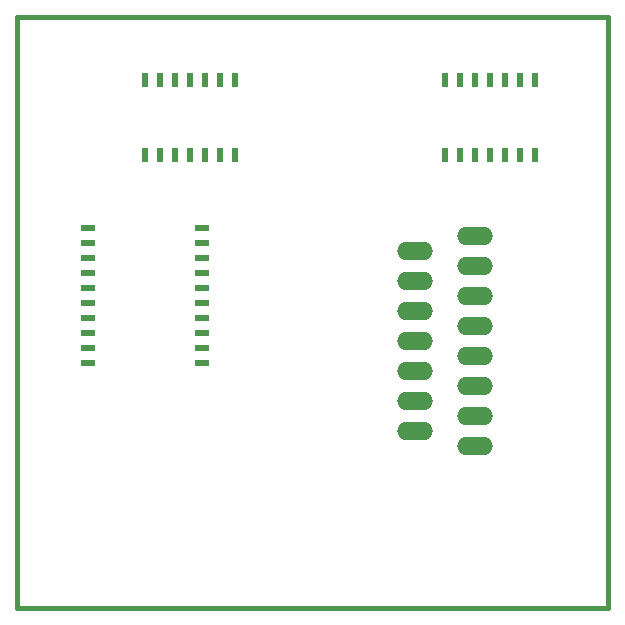
<source format=gtp>
G04 (created by PCBNEW-RS274X (2011-12-28 BZR 3254)-stable) date 2012. 03. 22. 18:32:51*
G01*
G70*
G90*
%MOIN*%
G04 Gerber Fmt 3.4, Leading zero omitted, Abs format*
%FSLAX34Y34*%
G04 APERTURE LIST*
%ADD10C,0.006000*%
%ADD11C,0.015000*%
%ADD12R,0.050000X0.020000*%
%ADD13R,0.020000X0.045000*%
%ADD14O,0.120000X0.060000*%
G04 APERTURE END LIST*
G54D10*
G54D11*
X04724Y-24409D02*
X04724Y-04724D01*
X24409Y-24409D02*
X04724Y-24409D01*
X24409Y-04724D02*
X24409Y-24409D01*
X04724Y-04724D02*
X24409Y-04724D01*
G54D12*
X07100Y-11750D03*
X07100Y-12250D03*
X07100Y-12750D03*
X07100Y-13250D03*
X07100Y-13750D03*
X07100Y-14250D03*
X07100Y-14750D03*
X07100Y-15250D03*
X07100Y-15750D03*
X07100Y-16250D03*
X10900Y-16250D03*
X10900Y-15750D03*
X10900Y-15250D03*
X10900Y-14750D03*
X10900Y-14250D03*
X10900Y-13750D03*
X10900Y-13250D03*
X10900Y-12750D03*
X10900Y-12250D03*
X10900Y-11750D03*
G54D13*
X09000Y-09300D03*
X09500Y-09300D03*
X10000Y-09300D03*
X10500Y-09300D03*
X11000Y-09300D03*
X11500Y-09300D03*
X12000Y-09300D03*
X12000Y-06800D03*
X11500Y-06800D03*
X10500Y-06800D03*
X10000Y-06800D03*
X09500Y-06800D03*
X09000Y-06800D03*
X11000Y-06800D03*
X19000Y-09300D03*
X19500Y-09300D03*
X20000Y-09300D03*
X20500Y-09300D03*
X21000Y-09300D03*
X21500Y-09300D03*
X22000Y-09300D03*
X22000Y-06800D03*
X21500Y-06800D03*
X20500Y-06800D03*
X20000Y-06800D03*
X19500Y-06800D03*
X19000Y-06800D03*
X21000Y-06800D03*
G54D14*
X20000Y-19000D03*
X18000Y-18500D03*
X20000Y-18000D03*
X18000Y-17500D03*
X20000Y-17000D03*
X18000Y-16500D03*
X20000Y-16000D03*
X18000Y-15500D03*
X20000Y-15000D03*
X18000Y-14500D03*
X20000Y-14000D03*
X18000Y-13500D03*
X20000Y-13000D03*
X18000Y-12500D03*
X20000Y-12000D03*
M02*

</source>
